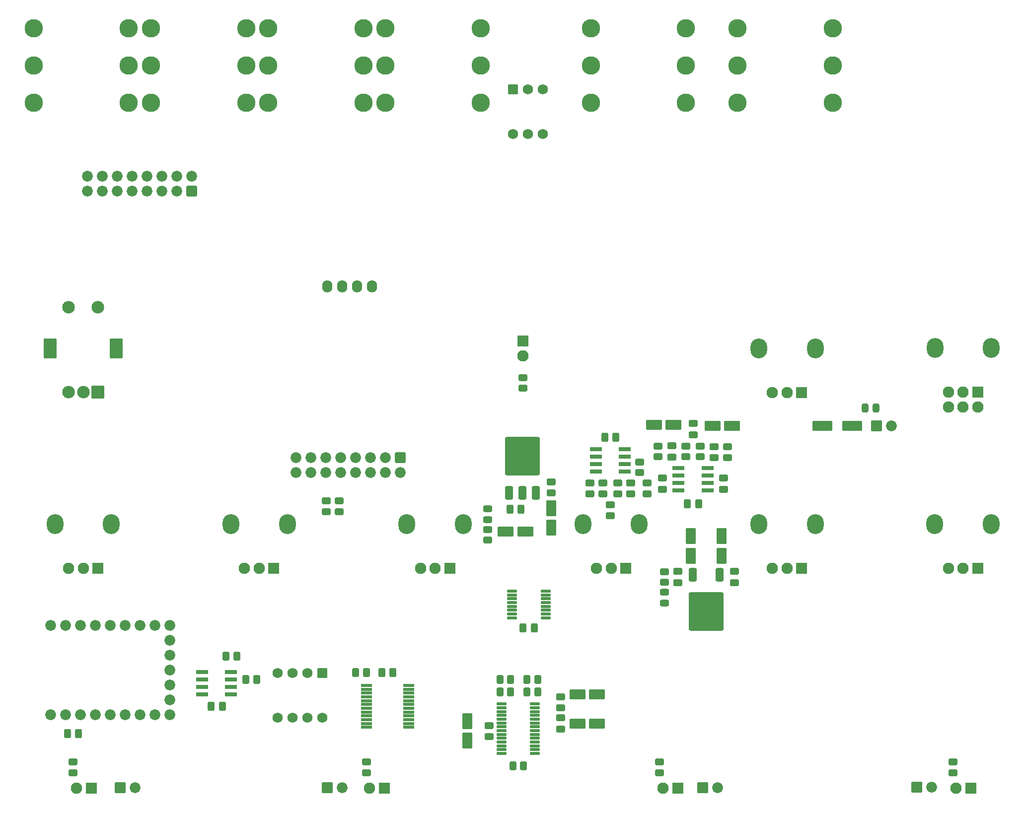
<source format=gbr>
%TF.GenerationSoftware,KiCad,Pcbnew,9.0.3*%
%TF.CreationDate,2025-08-21T10:40:16+02:00*%
%TF.ProjectId,RP2040-DSP_V2.0,52503230-3430-42d4-9453-505f56322e30,V2.0*%
%TF.SameCoordinates,Original*%
%TF.FileFunction,Soldermask,Top*%
%TF.FilePolarity,Negative*%
%FSLAX46Y46*%
G04 Gerber Fmt 4.6, Leading zero omitted, Abs format (unit mm)*
G04 Created by KiCad (PCBNEW 9.0.3) date 2025-08-21 10:40:16*
%MOMM*%
%LPD*%
G01*
G04 APERTURE LIST*
G04 Aperture macros list*
%AMRoundRect*
0 Rectangle with rounded corners*
0 $1 Rounding radius*
0 $2 $3 $4 $5 $6 $7 $8 $9 X,Y pos of 4 corners*
0 Add a 4 corners polygon primitive as box body*
4,1,4,$2,$3,$4,$5,$6,$7,$8,$9,$2,$3,0*
0 Add four circle primitives for the rounded corners*
1,1,$1+$1,$2,$3*
1,1,$1+$1,$4,$5*
1,1,$1+$1,$6,$7*
1,1,$1+$1,$8,$9*
0 Add four rect primitives between the rounded corners*
20,1,$1+$1,$2,$3,$4,$5,0*
20,1,$1+$1,$4,$5,$6,$7,0*
20,1,$1+$1,$6,$7,$8,$9,0*
20,1,$1+$1,$8,$9,$2,$3,0*%
G04 Aperture macros list end*
%ADD10RoundRect,0.284146X-0.485854X0.298354X-0.485854X-0.298354X0.485854X-0.298354X0.485854X0.298354X0*%
%ADD11RoundRect,0.284146X0.485854X-0.298354X0.485854X0.298354X-0.485854X0.298354X-0.485854X-0.298354X0*%
%ADD12RoundRect,0.271875X-1.123125X-0.598125X1.123125X-0.598125X1.123125X0.598125X-1.123125X0.598125X0*%
%ADD13RoundRect,0.284146X-0.298354X-0.485854X0.298354X-0.485854X0.298354X0.485854X-0.298354X0.485854X0*%
%ADD14RoundRect,0.070000X0.850000X-0.850000X0.850000X0.850000X-0.850000X0.850000X-0.850000X-0.850000X0*%
%ADD15C,1.840000*%
%ADD16RoundRect,0.135000X-0.672500X-0.135000X0.672500X-0.135000X0.672500X0.135000X-0.672500X0.135000X0*%
%ADD17RoundRect,0.285000X0.510000X-0.285000X0.510000X0.285000X-0.510000X0.285000X-0.510000X-0.285000X0*%
%ADD18RoundRect,0.278750X0.491250X-0.278750X0.491250X0.278750X-0.491250X0.278750X-0.491250X-0.278750X0*%
%ADD19RoundRect,0.285000X0.285000X0.510000X-0.285000X0.510000X-0.285000X-0.510000X0.285000X-0.510000X0*%
%ADD20RoundRect,0.271875X1.123125X0.598125X-1.123125X0.598125X-1.123125X-0.598125X1.123125X-0.598125X0*%
%ADD21RoundRect,0.285000X-0.285000X-0.510000X0.285000X-0.510000X0.285000X0.510000X-0.285000X0.510000X0*%
%ADD22RoundRect,0.271875X0.598125X-1.123125X0.598125X1.123125X-0.598125X1.123125X-0.598125X-1.123125X0*%
%ADD23RoundRect,0.278750X-0.491250X0.278750X-0.491250X-0.278750X0.491250X-0.278750X0.491250X0.278750X0*%
%ADD24RoundRect,0.285000X-0.510000X0.285000X-0.510000X-0.285000X0.510000X-0.285000X0.510000X0.285000X0*%
%ADD25RoundRect,0.271875X-0.598125X0.598125X-0.598125X-0.598125X0.598125X-0.598125X0.598125X0.598125X0*%
%ADD26C,1.740000*%
%ADD27RoundRect,0.279166X0.390834X-0.890834X0.390834X0.890834X-0.390834X0.890834X-0.390834X-0.890834X0*%
%ADD28RoundRect,0.256032X2.713968X-3.013968X2.713968X3.013968X-2.713968X3.013968X-2.713968X-3.013968X0*%
%ADD29RoundRect,0.279166X-0.390834X0.890834X-0.390834X-0.890834X0.390834X-0.890834X0.390834X0.890834X0*%
%ADD30RoundRect,0.256032X-2.713968X3.013968X-2.713968X-3.013968X2.713968X-3.013968X2.713968X3.013968X0*%
%ADD31RoundRect,0.185000X0.860000X0.185000X-0.860000X0.185000X-0.860000X-0.185000X0.860000X-0.185000X0*%
%ADD32RoundRect,0.185000X-0.860000X-0.185000X0.860000X-0.185000X0.860000X0.185000X-0.860000X0.185000X0*%
%ADD33RoundRect,0.271875X-0.598125X1.123125X-0.598125X-1.123125X0.598125X-1.123125X0.598125X1.123125X0*%
%ADD34RoundRect,0.278750X-0.278750X-0.491250X0.278750X-0.491250X0.278750X0.491250X-0.278750X0.491250X0*%
%ADD35RoundRect,0.284146X0.298354X0.485854X-0.298354X0.485854X-0.298354X-0.485854X0.298354X-0.485854X0*%
%ADD36RoundRect,0.070000X-0.875000X-0.225000X0.875000X-0.225000X0.875000X0.225000X-0.875000X0.225000X0*%
%ADD37RoundRect,0.135000X0.672500X0.135000X-0.672500X0.135000X-0.672500X-0.135000X0.672500X-0.135000X0*%
%ADD38RoundRect,0.270589X-0.649411X0.649411X-0.649411X-0.649411X0.649411X-0.649411X0.649411X0.649411X0*%
%ADD39RoundRect,0.271875X-1.460625X-0.598125X1.460625X-0.598125X1.460625X0.598125X-1.460625X0.598125X0*%
%ADD40C,3.140000*%
%ADD41RoundRect,0.070000X1.000000X-1.000000X1.000000X1.000000X-1.000000X1.000000X-1.000000X-1.000000X0*%
%ADD42C,2.140000*%
%ADD43RoundRect,0.070000X1.000000X-1.600000X1.000000X1.600000X-1.000000X1.600000X-1.000000X-1.600000X0*%
%ADD44RoundRect,0.070000X0.900000X0.900000X-0.900000X0.900000X-0.900000X-0.900000X0.900000X-0.900000X0*%
%ADD45C,1.940000*%
%ADD46RoundRect,0.070000X-0.900000X0.900000X-0.900000X-0.900000X0.900000X-0.900000X0.900000X0.900000X0*%
%ADD47O,2.860000X3.380000*%
%ADD48RoundRect,0.070000X-0.900000X-0.900000X0.900000X-0.900000X0.900000X0.900000X-0.900000X0.900000X0*%
%ADD49O,1.740000X2.140000*%
%ADD50RoundRect,0.270589X0.649411X-0.649411X0.649411X0.649411X-0.649411X0.649411X-0.649411X-0.649411X0*%
G04 APERTURE END LIST*
D10*
%TO.C,R7*%
X217903250Y-150887500D03*
X217903250Y-152712500D03*
%TD*%
%TO.C,Rb1*%
X174803250Y-96987500D03*
X174803250Y-98812500D03*
%TD*%
D11*
%TO.C,Rg1*%
X179503250Y-98912500D03*
X179503250Y-97087500D03*
%TD*%
%TO.C,Rb4*%
X160753250Y-105100000D03*
X160753250Y-103275000D03*
%TD*%
D12*
%TO.C,C28*%
X153900000Y-139300000D03*
X157250000Y-139300000D03*
%TD*%
D13*
%TO.C,R5*%
X97390750Y-136800000D03*
X99215750Y-136800000D03*
%TD*%
D14*
%TO.C,J5*%
X211728250Y-155200000D03*
D15*
X214268250Y-155200000D03*
%TD*%
D13*
%TO.C,R22*%
X142887500Y-151500000D03*
X144712500Y-151500000D03*
%TD*%
D11*
%TO.C,R1*%
X113250000Y-108162500D03*
X113250000Y-106337500D03*
%TD*%
D13*
%TO.C,Rp1*%
X116090750Y-135600000D03*
X117915750Y-135600000D03*
%TD*%
D11*
%TO.C,R2*%
X111050000Y-108162500D03*
X111050000Y-106337500D03*
%TD*%
D16*
%TO.C,U2*%
X140937500Y-140975000D03*
X140937500Y-141625000D03*
X140937500Y-142275000D03*
X140937500Y-142925000D03*
X140937500Y-143575000D03*
X140937500Y-144225000D03*
X140937500Y-144875000D03*
X140937500Y-145525000D03*
X140937500Y-146175000D03*
X140937500Y-146825000D03*
X140937500Y-147475000D03*
X140937500Y-148125000D03*
X140937500Y-148775000D03*
X140937500Y-149425000D03*
X146662500Y-149425000D03*
X146662500Y-148775000D03*
X146662500Y-148125000D03*
X146662500Y-147475000D03*
X146662500Y-146825000D03*
X146662500Y-146175000D03*
X146662500Y-145525000D03*
X146662500Y-144875000D03*
X146662500Y-144225000D03*
X146662500Y-143575000D03*
X146662500Y-142925000D03*
X146662500Y-142275000D03*
X146662500Y-141625000D03*
X146662500Y-140975000D03*
%TD*%
D10*
%TO.C,R9*%
X117903250Y-150887500D03*
X117903250Y-152712500D03*
%TD*%
D17*
%TO.C,C21*%
X163003250Y-105137500D03*
X163003250Y-103237500D03*
%TD*%
D11*
%TO.C,R13*%
X144603250Y-87125000D03*
X144603250Y-85300000D03*
%TD*%
D17*
%TO.C,C25*%
X151050000Y-145249999D03*
X151050000Y-143350001D03*
%TD*%
D18*
%TO.C,D2*%
X168723250Y-123742500D03*
X168723250Y-121867500D03*
%TD*%
D12*
%TO.C,C15*%
X166928250Y-93400000D03*
X170278250Y-93400000D03*
%TD*%
D17*
%TO.C,C3*%
X149425000Y-104985000D03*
X149425000Y-103085000D03*
%TD*%
D19*
%TO.C,C9*%
X68853250Y-146050000D03*
X66953250Y-146050000D03*
%TD*%
D20*
%TO.C,C8*%
X145000000Y-111535000D03*
X141650000Y-111535000D03*
%TD*%
D21*
%TO.C,C18*%
X172653250Y-106800000D03*
X174553250Y-106800000D03*
%TD*%
D22*
%TO.C,C7*%
X173223250Y-115680000D03*
X173223250Y-112330000D03*
%TD*%
%TO.C,C26*%
X178423250Y-115680000D03*
X178423250Y-112330000D03*
%TD*%
D23*
%TO.C,D3*%
X138603250Y-107662500D03*
X138603250Y-109537500D03*
%TD*%
D24*
%TO.C,C12*%
X177203250Y-97050000D03*
X177203250Y-98950000D03*
%TD*%
D25*
%TO.C,SW2*%
X110397500Y-135732500D03*
D26*
X107857500Y-135732500D03*
X105317500Y-135732500D03*
X102777500Y-135732500D03*
X102777500Y-143352500D03*
X105317500Y-143352500D03*
X107857500Y-143352500D03*
X110397500Y-143352500D03*
%TD*%
D24*
%TO.C,C2*%
X180623250Y-118355000D03*
X180623250Y-120255000D03*
%TD*%
D27*
%TO.C,U13*%
X142245000Y-104975000D03*
X144525000Y-104975000D03*
D28*
X144525000Y-98675000D03*
D27*
X146805000Y-104975000D03*
%TD*%
D29*
%TO.C,U1*%
X178103250Y-118905000D03*
D30*
X175823250Y-125205000D03*
D29*
X173543250Y-118905000D03*
%TD*%
D31*
%TO.C,U5*%
X94853250Y-139340000D03*
X94853250Y-138070000D03*
X94853250Y-136800000D03*
X94853250Y-135530000D03*
X89903250Y-135530000D03*
X89903250Y-136800000D03*
X89903250Y-138070000D03*
X89903250Y-139340000D03*
%TD*%
D19*
%TO.C,C5*%
X144275000Y-107735000D03*
X142375000Y-107735000D03*
%TD*%
D13*
%TO.C,R6*%
X93990750Y-132800000D03*
X95815750Y-132800000D03*
%TD*%
D19*
%TO.C,C11*%
X122453250Y-135625000D03*
X120553250Y-135625000D03*
%TD*%
D14*
%TO.C,J8*%
X75903250Y-155260000D03*
D15*
X78443250Y-155260000D03*
%TD*%
D10*
%TO.C,R10*%
X67903250Y-150887500D03*
X67903250Y-152712500D03*
%TD*%
D17*
%TO.C,C17*%
X168403250Y-104350000D03*
X168403250Y-102450000D03*
%TD*%
D32*
%TO.C,U10*%
X157028250Y-97495000D03*
X157028250Y-98765000D03*
X157028250Y-100035000D03*
X157028250Y-101305000D03*
X161978250Y-101305000D03*
X161978250Y-100035000D03*
X161978250Y-98765000D03*
X161978250Y-97495000D03*
%TD*%
D14*
%TO.C,J7*%
X111203250Y-155260000D03*
D15*
X113743250Y-155260000D03*
%TD*%
D33*
%TO.C,C27*%
X149425000Y-107560000D03*
X149425000Y-110910000D03*
%TD*%
D15*
%TO.C,U4*%
X64087750Y-142812000D03*
X66627750Y-142812000D03*
X69167750Y-142812000D03*
X71707750Y-142812000D03*
X74247750Y-142812000D03*
X76787750Y-142812000D03*
X79327750Y-142812000D03*
X81867750Y-142812000D03*
X84407750Y-142812000D03*
X64087750Y-127572000D03*
X66627750Y-127572000D03*
X69167750Y-127572000D03*
X71707750Y-127572000D03*
X74247750Y-127572000D03*
X76787750Y-127572000D03*
X79327750Y-127572000D03*
X81867750Y-127572000D03*
X84407750Y-127572000D03*
X84407750Y-140272000D03*
X84407750Y-137732000D03*
X84407750Y-135192000D03*
X84407750Y-132652000D03*
X84407750Y-130112000D03*
%TD*%
D24*
%TO.C,C23*%
X138800000Y-144650001D03*
X138800000Y-146549999D03*
%TD*%
D34*
%TO.C,D1*%
X202912500Y-90450000D03*
X204787500Y-90450000D03*
%TD*%
D11*
%TO.C,Rg2*%
X167603250Y-98812500D03*
X167603250Y-96987500D03*
%TD*%
D10*
%TO.C,R11*%
X164503250Y-99687500D03*
X164503250Y-101512500D03*
%TD*%
D17*
%TO.C,C30*%
X173603250Y-95050000D03*
X173603250Y-93150000D03*
%TD*%
D35*
%TO.C,R21*%
X147112500Y-136800000D03*
X145287500Y-136800000D03*
%TD*%
D17*
%TO.C,C24*%
X151050000Y-141649999D03*
X151050000Y-139750001D03*
%TD*%
D24*
%TO.C,C13*%
X170003250Y-96950000D03*
X170003250Y-98850000D03*
%TD*%
D17*
%TO.C,C20*%
X156003250Y-105137500D03*
X156003250Y-103237500D03*
%TD*%
D36*
%TO.C,U6*%
X117903250Y-137800000D03*
X117903250Y-138450000D03*
X117903250Y-139100000D03*
X117903250Y-139750000D03*
X117903250Y-140400000D03*
X117903250Y-141050000D03*
X117903250Y-141700000D03*
X117903250Y-142350000D03*
X117903250Y-143000000D03*
X117903250Y-143650000D03*
X117903250Y-144300000D03*
X117903250Y-144950000D03*
X125103250Y-144950000D03*
X125103250Y-144300000D03*
X125103250Y-143650000D03*
X125103250Y-143000000D03*
X125103250Y-142350000D03*
X125103250Y-141700000D03*
X125103250Y-141050000D03*
X125103250Y-140400000D03*
X125103250Y-139750000D03*
X125103250Y-139100000D03*
X125103250Y-138450000D03*
X125103250Y-137800000D03*
%TD*%
D11*
%TO.C,R4*%
X138603250Y-113012500D03*
X138603250Y-111187500D03*
%TD*%
D37*
%TO.C,U3*%
X148465750Y-126275000D03*
X148465750Y-125625000D03*
X148465750Y-124975000D03*
X148465750Y-124325000D03*
X148465750Y-123675000D03*
X148465750Y-123025000D03*
X148465750Y-122375000D03*
X148465750Y-121725000D03*
X142740750Y-121725000D03*
X142740750Y-122375000D03*
X142740750Y-123025000D03*
X142740750Y-123675000D03*
X142740750Y-124325000D03*
X142740750Y-124975000D03*
X142740750Y-125625000D03*
X142740750Y-126275000D03*
%TD*%
D21*
%TO.C,C10*%
X91453250Y-141400000D03*
X93353250Y-141400000D03*
%TD*%
D19*
%TO.C,C19*%
X160453250Y-95462500D03*
X158553250Y-95462500D03*
%TD*%
D21*
%TO.C,C6*%
X144603250Y-128000000D03*
X146503250Y-128000000D03*
%TD*%
D10*
%TO.C,R12*%
X165803250Y-103287500D03*
X165803250Y-105112500D03*
%TD*%
D38*
%TO.C,J13*%
X123660000Y-98960000D03*
D15*
X123660000Y-101500000D03*
X121120000Y-98960000D03*
X121120000Y-101500000D03*
X118580000Y-98960000D03*
X118580000Y-101500000D03*
X116040000Y-98960000D03*
X116040000Y-101500000D03*
X113500000Y-98960000D03*
X113500000Y-101500000D03*
X110960000Y-98960000D03*
X110960000Y-101500000D03*
X108420000Y-98960000D03*
X108420000Y-101500000D03*
X105880000Y-98960000D03*
X105880000Y-101500000D03*
%TD*%
D11*
%TO.C,Rb3*%
X158253250Y-105100000D03*
X158253250Y-103275000D03*
%TD*%
D39*
%TO.C,C1*%
X195615750Y-93550000D03*
X200690750Y-93550000D03*
%TD*%
D35*
%TO.C,R20*%
X142512500Y-136800000D03*
X140687500Y-136800000D03*
%TD*%
%TO.C,R14*%
X147112500Y-138900000D03*
X145287500Y-138900000D03*
%TD*%
D11*
%TO.C,Rb2*%
X172403250Y-98812500D03*
X172403250Y-96987500D03*
%TD*%
D33*
%TO.C,C22*%
X135100000Y-143900000D03*
X135100000Y-147250000D03*
%TD*%
D12*
%TO.C,C34*%
X153900000Y-144300000D03*
X157250000Y-144300000D03*
%TD*%
D35*
%TO.C,R19*%
X142512500Y-138900000D03*
X140687500Y-138900000D03*
%TD*%
D10*
%TO.C,R3*%
X168723250Y-118392500D03*
X168723250Y-120217500D03*
%TD*%
D14*
%TO.C,J6*%
X175278250Y-155260000D03*
D15*
X177818250Y-155260000D03*
%TD*%
D31*
%TO.C,U9*%
X176078250Y-104505000D03*
X176078250Y-103235000D03*
X176078250Y-101965000D03*
X176078250Y-100695000D03*
X171128250Y-100695000D03*
X171128250Y-101965000D03*
X171128250Y-103235000D03*
X171128250Y-104505000D03*
%TD*%
D14*
%TO.C,J1*%
X204878250Y-93550000D03*
D15*
X207418250Y-93550000D03*
%TD*%
D24*
%TO.C,C4*%
X171023250Y-118355000D03*
X171023250Y-120255000D03*
%TD*%
D17*
%TO.C,C16*%
X178803250Y-104350000D03*
X178803250Y-102450000D03*
%TD*%
D24*
%TO.C,C29*%
X159503250Y-106987500D03*
X159503250Y-108887500D03*
%TD*%
D20*
%TO.C,C14*%
X180278250Y-93500000D03*
X176928250Y-93500000D03*
%TD*%
D10*
%TO.C,R8*%
X167903250Y-150887500D03*
X167903250Y-152712500D03*
%TD*%
D40*
%TO.C,J3*%
X97400000Y-32085000D03*
X81170000Y-32085000D03*
X97400000Y-25735000D03*
X81170000Y-25735000D03*
X97400000Y-38435000D03*
X81170000Y-38435000D03*
%TD*%
D41*
%TO.C,SW1*%
X72126500Y-87800000D03*
D42*
X67126500Y-87800000D03*
X69626500Y-87800000D03*
D43*
X64026500Y-80300000D03*
X75226500Y-80300000D03*
D42*
X67126500Y-73300000D03*
X72126500Y-73300000D03*
%TD*%
D44*
%TO.C,D7*%
X71001500Y-155300000D03*
D45*
X68461500Y-155300000D03*
%TD*%
D46*
%TO.C,D8*%
X144603250Y-79025000D03*
D45*
X144603250Y-81565000D03*
%TD*%
D40*
%TO.C,J12*%
X172400000Y-32085000D03*
X156170000Y-32085000D03*
X172400000Y-25735000D03*
X156170000Y-25735000D03*
X172400000Y-38435000D03*
X156170000Y-38435000D03*
%TD*%
%TO.C,J11*%
X137400000Y-32085000D03*
X121170000Y-32085000D03*
X137400000Y-25735000D03*
X121170000Y-25735000D03*
X137400000Y-38435000D03*
X121170000Y-38435000D03*
%TD*%
D47*
%TO.C,RV6*%
X184826500Y-80350000D03*
X194426500Y-80350000D03*
D48*
X192126500Y-87850000D03*
D45*
X189626500Y-87850000D03*
X187126500Y-87850000D03*
%TD*%
D47*
%TO.C,RV7*%
X64826500Y-110300000D03*
X74426500Y-110300000D03*
D48*
X72126500Y-117800000D03*
D45*
X69626500Y-117800000D03*
X67126500Y-117800000D03*
%TD*%
D40*
%TO.C,J10*%
X117400000Y-32085000D03*
X101170000Y-32085000D03*
X117400000Y-25735000D03*
X101170000Y-25735000D03*
X117400000Y-38435000D03*
X101170000Y-38435000D03*
%TD*%
D47*
%TO.C,RV1*%
X214826500Y-110300000D03*
X224426500Y-110300000D03*
D48*
X222126500Y-117800000D03*
D45*
X219626500Y-117800000D03*
X217126500Y-117800000D03*
%TD*%
D40*
%TO.C,J2*%
X77400000Y-32085000D03*
X61170000Y-32085000D03*
X77400000Y-25735000D03*
X61170000Y-25735000D03*
X77400000Y-38435000D03*
X61170000Y-38435000D03*
%TD*%
D47*
%TO.C,RV2*%
X184826500Y-110300000D03*
X194426500Y-110300000D03*
D48*
X192126500Y-117800000D03*
D45*
X189626500Y-117800000D03*
X187126500Y-117800000D03*
%TD*%
D49*
%TO.C,U12*%
X118846500Y-69700000D03*
X116306500Y-69700000D03*
X113766500Y-69700000D03*
X111226500Y-69700000D03*
%TD*%
D47*
%TO.C,RV3*%
X154826500Y-110300000D03*
X164426500Y-110300000D03*
D48*
X162126500Y-117800000D03*
D45*
X159626500Y-117800000D03*
X157126500Y-117800000D03*
%TD*%
D44*
%TO.C,D4*%
X221001500Y-155300000D03*
D45*
X218461500Y-155300000D03*
%TD*%
D47*
%TO.C,RV5*%
X94826500Y-110300000D03*
X104426500Y-110300000D03*
D48*
X102126500Y-117800000D03*
D45*
X99626500Y-117800000D03*
X97126500Y-117800000D03*
%TD*%
D47*
%TO.C,RV8*%
X214900000Y-80275000D03*
X224400000Y-80275000D03*
D48*
X222150000Y-87775000D03*
D45*
X219650000Y-87775000D03*
X217150000Y-87775000D03*
X222150000Y-90275000D03*
X219650000Y-90275000D03*
X217150000Y-90275000D03*
%TD*%
D44*
%TO.C,D5*%
X171001500Y-155300000D03*
D45*
X168461500Y-155300000D03*
%TD*%
D50*
%TO.C,J4*%
X88120000Y-53500000D03*
D15*
X88120000Y-50960000D03*
X85580000Y-53500000D03*
X85580000Y-50960000D03*
X83040000Y-53500000D03*
X83040000Y-50960000D03*
X80500000Y-53500000D03*
X80500000Y-50960000D03*
X77960000Y-53500000D03*
X77960000Y-50960000D03*
X75420000Y-53500000D03*
X75420000Y-50960000D03*
X72880000Y-53500000D03*
X72880000Y-50960000D03*
X70340000Y-53500000D03*
X70340000Y-50960000D03*
%TD*%
D25*
%TO.C,U11*%
X142920000Y-36130000D03*
D26*
X145460000Y-36130000D03*
X148000000Y-36130000D03*
X148000000Y-43750000D03*
X145460000Y-43750000D03*
X142920000Y-43750000D03*
%TD*%
D44*
%TO.C,D6*%
X121001500Y-155300000D03*
D45*
X118461500Y-155300000D03*
%TD*%
D40*
%TO.C,J9*%
X197400000Y-32085000D03*
X181170000Y-32085000D03*
X197400000Y-25735000D03*
X181170000Y-25735000D03*
X197400000Y-38435000D03*
X181170000Y-38435000D03*
%TD*%
D47*
%TO.C,RV4*%
X124826500Y-110300000D03*
X134426500Y-110300000D03*
D48*
X132126500Y-117800000D03*
D45*
X129626500Y-117800000D03*
X127126500Y-117800000D03*
%TD*%
M02*

</source>
